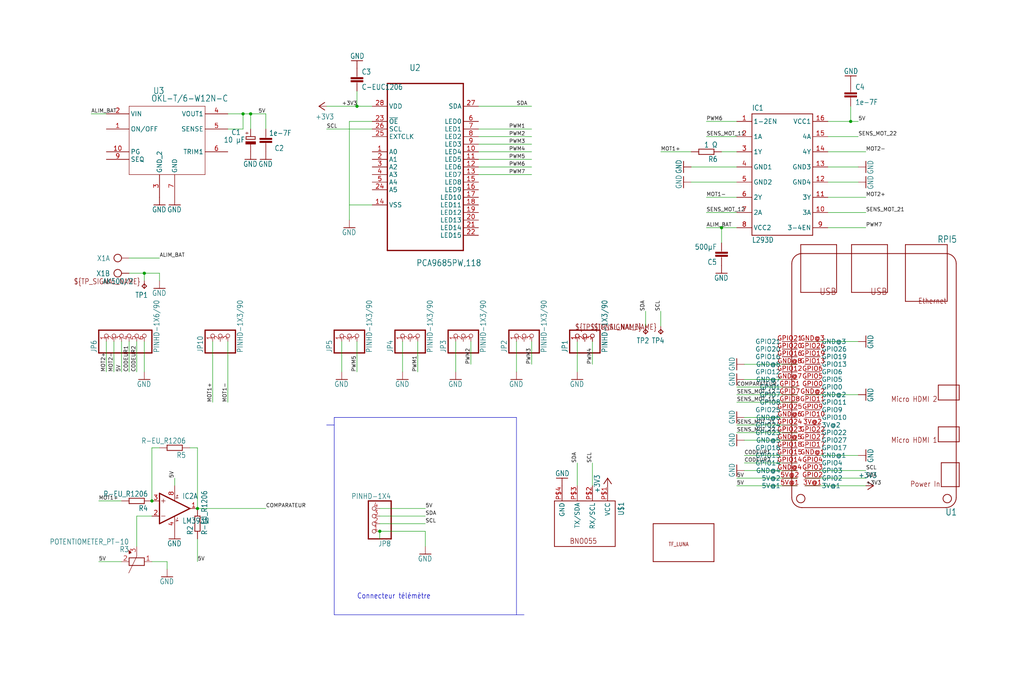
<source format=kicad_sch>
(kicad_sch (version 20250114) (generator "eeschema") (generator_version "9.0")
  (paper "User" 342.443 226.543)
  (lib_symbols
    (symbol "PCB-CobraPID-eagle-import:+3V3" (power)
      (symbol "+3V3_1_0"
        (polyline (pts (xy 0 0) (xy -1.27 -1.905)) (stroke (width 0.254)))
        (polyline (pts (xy 1.27 -1.905) (xy 0 0)) (stroke (width 0.254)))
        (pin power_in line (at 0 -2.54 90) (length 2.54) (name "+3V3") (number "1"))
      )
    )
    (symbol "PCB-CobraPID-eagle-import:AK500/2"
      (property "Reference" "X" (at -1.27 0.889 0))
      (symbol "AK500/2_1_0"
        (circle (center 1.27 0) (radius 1.27) (stroke (width 0.254)))
        (pin passive line (at 5.08 0 180) (length 2.54) (name "KL") (number "1"))
      )
      (symbol "AK500/2_2_0"
        (circle (center 1.27 0) (radius 1.27) (stroke (width 0.254)))
        (pin passive line (at 5.08 0 180) (length 2.54) (name "KL") (number "2"))
      )
    )
    (symbol "PCB-CobraPID-eagle-import:C-EUC1206"
      (property "Reference" "C" (at 1.524 0.381 0))
      (symbol "C-EUC1206_1_0"
        (rectangle (start -2.032 -1.016) (end 2.032 -0.508) (fill (type outline)))
        (rectangle (start -2.032 -2.032) (end 2.032 -1.524) (fill (type outline)))
        (polyline (pts (xy 0 0) (xy 0 -0.508)) (stroke (width 0.1524)))
        (polyline (pts (xy 0 -2.54) (xy 0 -2.032)) (stroke (width 0.1524)))
        (pin passive line (at 0 2.54 270) (length 2.54) (name "1") (number "1"))
        (pin passive line (at 0 -5.08 90) (length 2.54) (name "2") (number "2"))
      )
    )
    (symbol "PCB-CobraPID-eagle-import:CPOL-EUE5-10.5"
      (property "Reference" "C" (at 1.143 0.4826 0))
      (symbol "CPOL-EUE5-10.5_1_0"
        (rectangle (start -1.651 -2.54) (end 1.651 -1.651) (fill (type outline)))
        (polyline (pts (xy -1.524 0) (xy -1.524 -0.889)) (stroke (width 0.254)))
        (polyline (pts (xy -1.524 0) (xy 1.524 0)) (stroke (width 0.254)))
        (polyline (pts (xy -1.524 -0.889) (xy 1.524 -0.889)) (stroke (width 0.254)))
        (polyline (pts (xy 1.524 -0.889) (xy 1.524 0)) (stroke (width 0.254)))
        (text "+" (at -0.5842 0.4064 900) (effects (font (size 1.27 1.0795)) (justify left bottom)))
        (pin passive line (at 0 2.54 270) (length 2.54) (name "+") (number "+"))
        (pin passive line (at 0 -5.08 90) (length 2.54) (name "-") (number "-"))
      )
    )
    (symbol "PCB-CobraPID-eagle-import:GND" (power)
      (symbol "GND_1_0"
        (polyline (pts (xy -1.905 0) (xy 1.905 0)) (stroke (width 0.254)))
        (pin power_in line (at 0 2.54 270) (length 2.54) (name "GND") (number "1"))
      )
    )
    (symbol "PCB-CobraPID-eagle-import:L293D"
      (property "Reference" "IC" (at -10.16 21.336 0))
      (symbol "L293D_1_0"
        (polyline (pts (xy -10.16 20.32) (xy -10.16 -20.32)) (stroke (width 0.254)))
        (polyline (pts (xy -10.16 -20.32) (xy 10.16 -20.32)) (stroke (width 0.254)))
        (polyline (pts (xy 10.16 20.32) (xy -10.16 20.32)) (stroke (width 0.254)))
        (polyline (pts (xy 10.16 -20.32) (xy 10.16 20.32)) (stroke (width 0.254)))
        (pin input line (at -15.24 17.78 0) (length 5.08) (name "1-2EN") (number "1"))
        (pin input line (at -15.24 12.7 0) (length 5.08) (name "1A") (number "2"))
        (pin output line (at -15.24 7.62 0) (length 5.08) (name "1Y") (number "3"))
        (pin power_in line (at -15.24 2.54 0) (length 5.08) (name "GND1") (number "4"))
        (pin power_in line (at -15.24 -2.54 0) (length 5.08) (name "GND2") (number "5"))
        (pin output line (at -15.24 -7.62 0) (length 5.08) (name "2Y") (number "6"))
        (pin input line (at -15.24 -12.7 0) (length 5.08) (name "2A") (number "7"))
        (pin power_in line (at -15.24 -17.78 0) (length 5.08) (name "VCC2") (number "8"))
        (pin power_in line (at 15.24 17.78 180) (length 5.08) (name "VCC1") (number "16"))
        (pin input line (at 15.24 12.7 180) (length 5.08) (name "4A") (number "15"))
        (pin output line (at 15.24 7.62 180) (length 5.08) (name "4Y") (number "14"))
        (pin power_in line (at 15.24 2.54 180) (length 5.08) (name "GND3") (number "13"))
        (pin power_in line (at 15.24 -2.54 180) (length 5.08) (name "GND4") (number "12"))
        (pin output line (at 15.24 -7.62 180) (length 5.08) (name "3Y") (number "11"))
        (pin input line (at 15.24 -12.7 180) (length 5.08) (name "3A") (number "10"))
        (pin input line (at 15.24 -17.78 180) (length 5.08) (name "3-4EN") (number "9"))
      )
    )
    (symbol "PCB-CobraPID-eagle-import:LM393N"
      (symbol "LM393N_1_0"
        (polyline (pts (xy -5.08 5.08) (xy -5.08 -5.08)) (stroke (width 0.4064)))
        (polyline (pts (xy -5.08 -5.08) (xy 5.08 0)) (stroke (width 0.4064)))
        (polyline (pts (xy -4.445 2.54) (xy -3.175 2.54)) (stroke (width 0.1524)))
        (polyline (pts (xy -4.445 -2.54) (xy -3.175 -2.54)) (stroke (width 0.1524)))
        (polyline (pts (xy -3.81 3.175) (xy -3.81 1.905)) (stroke (width 0.1524)))
        (polyline (pts (xy 5.08 0) (xy -5.08 5.08)) (stroke (width 0.4064)))
        (pin input line (at -7.62 2.54 0) (length 2.54) (name "+IN") (number "3"))
        (pin input line (at -7.62 -2.54 0) (length 2.54) (name "-IN") (number "2"))
        (pin output line (at 7.62 0 180) (length 2.54) (name "OUT") (number "1"))
      )
      (symbol "LM393N_2_0"
        (polyline (pts (xy -5.08 5.08) (xy -5.08 -5.08)) (stroke (width 0.4064)))
        (polyline (pts (xy -5.08 -5.08) (xy 5.08 0)) (stroke (width 0.4064)))
        (polyline (pts (xy -4.445 2.54) (xy -3.175 2.54)) (stroke (width 0.1524)))
        (polyline (pts (xy -4.445 -2.54) (xy -3.175 -2.54)) (stroke (width 0.1524)))
        (polyline (pts (xy -3.81 3.175) (xy -3.81 1.905)) (stroke (width 0.1524)))
        (polyline (pts (xy 5.08 0) (xy -5.08 5.08)) (stroke (width 0.4064)))
        (pin input line (at -7.62 2.54 0) (length 2.54) (name "+IN") (number "5"))
        (pin input line (at -7.62 -2.54 0) (length 2.54) (name "-IN") (number "6"))
        (pin output line (at 7.62 0 180) (length 2.54) (name "OUT") (number "7"))
      )
      (symbol "LM393N_3_0"
        (text "V+" (at 1.27 3.175 900) (effects (font (size 0.8128 0.6908)) (justify left bottom)))
        (text "V-" (at 1.27 -4.445 900) (effects (font (size 0.8128 0.6908)) (justify left bottom)))
        (pin power_in line (at 0 7.62 270) (length 5.08) (name "V+") (number "8"))
        (pin power_in line (at 0 -7.62 90) (length 5.08) (name "V-") (number "4"))
      )
    )
    (symbol "PCB-CobraPID-eagle-import:MODULE_BNO055"
      (symbol "MODULE_BNO055_1_0"
        (polyline (pts (xy -5.08 10.16) (xy 10.16 10.16)) (stroke (width 0.254)))
        (polyline (pts (xy -5.08 -10.16) (xy -5.08 10.16)) (stroke (width 0.254)))
        (polyline (pts (xy 10.16 10.16) (xy 10.16 -10.16)) (stroke (width 0.254)))
        (polyline (pts (xy 10.16 -10.16) (xy -5.08 -10.16)) (stroke (width 0.254)))
        (text "BNO055" (at 9.398 -5.08 900) (effects (font (size 1.778 1.5113)) (justify left bottom)))
        (pin bidirectional line (at -10.16 7.62 0) (length 5.08) (name "VCC") (number "P$1"))
        (pin bidirectional line (at -10.16 2.54 0) (length 5.08) (name "RX/SCL") (number "P$2"))
        (pin bidirectional line (at -10.16 -2.54 0) (length 5.08) (name "TX/SDA") (number "P$3"))
        (pin bidirectional line (at -10.16 -7.62 0) (length 5.08) (name "GND") (number "P$4"))
      )
    )
    (symbol "PCB-CobraPID-eagle-import:OKL-T/6-W12N-C"
      (symbol "OKL-T/6-W12N-C_1_0"
        (polyline (pts (xy 7.62 5.08) (xy 7.62 -17.78)) (stroke (width 0.1524)))
        (polyline (pts (xy 7.62 -17.78) (xy 33.02 -17.78)) (stroke (width 0.1524)))
        (polyline (pts (xy 33.02 5.08) (xy 7.62 5.08)) (stroke (width 0.1524)))
        (polyline (pts (xy 33.02 -17.78) (xy 33.02 5.08)) (stroke (width 0.1524)))
        (pin input line (at 0 2.54 0) (length 7.62) (name "VIN") (number "2"))
        (pin passive line (at 0 -2.54 0) (length 7.62) (name "ON/OFF") (number "1"))
        (pin passive line (at 0 -10.16 0) (length 7.62) (name "PG") (number "10"))
        (pin passive line (at 0 -12.7 0) (length 7.62) (name "SEQ") (number "9"))
        (pin passive line (at 17.78 -25.4 90) (length 7.62) (name "GND_2") (number "3"))
        (pin passive line (at 22.86 -25.4 90) (length 7.62) (name "GND") (number "7"))
        (pin output line (at 40.64 2.54 180) (length 7.62) (name "VOUT1") (number "4"))
        (pin passive line (at 40.64 -2.54 180) (length 7.62) (name "SENSE") (number "5"))
        (pin passive line (at 40.64 -10.16 180) (length 7.62) (name "TRIM1") (number "6"))
      )
    )
    (symbol "PCB-CobraPID-eagle-import:PCA9685PW,118"
      (property "Reference" "U" (at -5.3748 29.5233 0))
      (symbol "PCA9685PW,118_1_0"
        (polyline (pts (xy -12.7 25.4) (xy -12.7 -30.48)) (stroke (width 0.4064)))
        (polyline (pts (xy -12.7 -30.48) (xy 12.7 -30.48)) (stroke (width 0.4064)))
        (polyline (pts (xy 12.7 25.4) (xy -12.7 25.4)) (stroke (width 0.4064)))
        (polyline (pts (xy 12.7 -30.48) (xy 12.7 25.4)) (stroke (width 0.4064)))
        (pin power_in line (at -17.78 17.78 0) (length 5.08) (name "VDD") (number "28"))
        (pin input line (at -17.78 12.7 0) (length 5.08) (name "~{OE}") (number "23"))
        (pin input line (at -17.78 10.16 0) (length 5.08) (name "SCL") (number "26"))
        (pin input line (at -17.78 7.62 0) (length 5.08) (name "EXTCLK") (number "25"))
        (pin input line (at -17.78 2.54 0) (length 5.08) (name "A0") (number "1"))
        (pin input line (at -17.78 0 0) (length 5.08) (name "A1") (number "2"))
        (pin input line (at -17.78 -2.54 0) (length 5.08) (name "A2") (number "3"))
        (pin input line (at -17.78 -5.08 0) (length 5.08) (name "A3") (number "4"))
        (pin input line (at -17.78 -7.62 0) (length 5.08) (name "A4") (number "5"))
        (pin input line (at -17.78 -10.16 0) (length 5.08) (name "A5") (number "24"))
        (pin passive line (at -17.78 -15.24 0) (length 5.08) (name "VSS") (number "14"))
        (pin bidirectional line (at 17.78 17.78 180) (length 5.08) (name "SDA") (number "27"))
        (pin output line (at 17.78 12.7 180) (length 5.08) (name "LED0") (number "6"))
        (pin output line (at 17.78 10.16 180) (length 5.08) (name "LED1") (number "7"))
        (pin output line (at 17.78 7.62 180) (length 5.08) (name "LED2") (number "8"))
        (pin output line (at 17.78 5.08 180) (length 5.08) (name "LED3") (number "9"))
        (pin output line (at 17.78 2.54 180) (length 5.08) (name "LED4") (number "10"))
        (pin output line (at 17.78 0 180) (length 5.08) (name "LED5") (number "11"))
        (pin output line (at 17.78 -2.54 180) (length 5.08) (name "LED6") (number "12"))
        (pin output line (at 17.78 -5.08 180) (length 5.08) (name "LED7") (number "13"))
        (pin output line (at 17.78 -7.62 180) (length 5.08) (name "LED8") (number "15"))
        (pin output line (at 17.78 -10.16 180) (length 5.08) (name "LED9") (number "16"))
        (pin output line (at 17.78 -12.7 180) (length 5.08) (name "LED10") (number "17"))
        (pin output line (at 17.78 -15.24 180) (length 5.08) (name "LED11") (number "18"))
        (pin output line (at 17.78 -17.78 180) (length 5.08) (name "LED12") (number "19"))
        (pin output line (at 17.78 -20.32 180) (length 5.08) (name "LED13") (number "20"))
        (pin output line (at 17.78 -22.86 180) (length 5.08) (name "LED14") (number "21"))
        (pin output line (at 17.78 -25.4 180) (length 5.08) (name "LED15") (number "22"))
      )
    )
    (symbol "PCB-CobraPID-eagle-import:PINHD-1X3/90"
      (property "Reference" "JP" (at -6.35 5.715 0))
      (symbol "PINHD-1X3/90_1_0"
        (polyline (pts (xy -6.35 5.08) (xy -6.35 -5.08)) (stroke (width 0.4064)))
        (polyline (pts (xy -6.35 -5.08) (xy 1.27 -5.08)) (stroke (width 0.4064)))
        (polyline (pts (xy 1.27 5.08) (xy -6.35 5.08)) (stroke (width 0.4064)))
        (polyline (pts (xy 1.27 -5.08) (xy 1.27 5.08)) (stroke (width 0.4064)))
        (pin passive inverted (at -2.54 2.54 0) (length 2.54) (name "1") (number "1"))
        (pin passive inverted (at -2.54 0 0) (length 2.54) (name "2") (number "2"))
        (pin passive inverted (at -2.54 -2.54 0) (length 2.54) (name "3") (number "3"))
      )
    )
    (symbol "PCB-CobraPID-eagle-import:PINHD-1X4"
      (property "Reference" "JP" (at -6.35 8.255 0))
      (symbol "PINHD-1X4_1_0"
        (polyline (pts (xy -6.35 7.62) (xy -6.35 -5.08)) (stroke (width 0.4064)))
        (polyline (pts (xy -6.35 -5.08) (xy 1.27 -5.08)) (stroke (width 0.4064)))
        (polyline (pts (xy 1.27 7.62) (xy -6.35 7.62)) (stroke (width 0.4064)))
        (polyline (pts (xy 1.27 -5.08) (xy 1.27 7.62)) (stroke (width 0.4064)))
        (pin passive inverted (at -2.54 5.08 0) (length 2.54) (name "1") (number "1"))
        (pin passive inverted (at -2.54 2.54 0) (length 2.54) (name "2") (number "2"))
        (pin passive inverted (at -2.54 0 0) (length 2.54) (name "3") (number "3"))
        (pin passive inverted (at -2.54 -2.54 0) (length 2.54) (name "4") (number "4"))
      )
    )
    (symbol "PCB-CobraPID-eagle-import:PINHD-1X6/90"
      (property "Reference" "JP" (at -6.35 10.795 0))
      (symbol "PINHD-1X6/90_1_0"
        (polyline (pts (xy -6.35 10.16) (xy -6.35 -7.62)) (stroke (width 0.4064)))
        (polyline (pts (xy -6.35 -7.62) (xy 1.27 -7.62)) (stroke (width 0.4064)))
        (polyline (pts (xy 1.27 10.16) (xy -6.35 10.16)) (stroke (width 0.4064)))
        (polyline (pts (xy 1.27 -7.62) (xy 1.27 10.16)) (stroke (width 0.4064)))
        (pin passive inverted (at -2.54 7.62 0) (length 2.54) (name "1") (number "1"))
        (pin passive inverted (at -2.54 5.08 0) (length 2.54) (name "2") (number "2"))
        (pin passive inverted (at -2.54 2.54 0) (length 2.54) (name "3") (number "3"))
        (pin passive inverted (at -2.54 0 0) (length 2.54) (name "4") (number "4"))
        (pin passive inverted (at -2.54 -2.54 0) (length 2.54) (name "5") (number "5"))
        (pin passive inverted (at -2.54 -5.08 0) (length 2.54) (name "6") (number "6"))
      )
    )
    (symbol "PCB-CobraPID-eagle-import:POTENTIOMETER_PT-10"
      (property "Reference" "R" (at 2.54 -5.08 0))
      (symbol "POTENTIOMETER_PT-10_1_0"
        (polyline (pts (xy -2.54 1.27) (xy -2.54 -1.27)) (stroke (width 0.254)))
        (polyline (pts (xy -2.54 -1.27) (xy 2.54 -1.27)) (stroke (width 0.254)))
        (polyline (pts (xy 0 -1.778) (xy 0 -2.54)) (stroke (width 0.1524)))
        (polyline (pts (xy 0 -1.778) (xy 2.667 3.81)) (stroke (width 0.1524)))
        (polyline (pts (xy 2.54 1.27) (xy -2.54 1.27)) (stroke (width 0.254)))
        (polyline (pts (xy 2.54 -1.27) (xy 2.54 1.27)) (stroke (width 0.254)))
        (polyline (pts (xy 2.54 -2.54) (xy 2.667 -3.81) (xy 1.778 -2.921)) (stroke (width 0.1524)) (fill (type outline)))
        (pin passive line (at -5.08 0 0) (length 2.54) (name "1") (number "1"))
        (pin passive line (at 0 -5.08 90) (length 2.54) (name "3") (number "3"))
        (pin passive line (at 5.08 0 180) (length 2.54) (name "2") (number "2"))
      )
    )
    (symbol "PCB-CobraPID-eagle-import:R-EU_R1206"
      (property "Reference" "R" (at -3.81 1.4986 0))
      (symbol "R-EU_R1206_1_0"
        (polyline (pts (xy -2.54 -0.889) (xy -2.54 0.889)) (stroke (width 0.254)))
        (polyline (pts (xy -2.54 -0.889) (xy 2.54 -0.889)) (stroke (width 0.254)))
        (polyline (pts (xy 2.54 0.889) (xy -2.54 0.889)) (stroke (width 0.254)))
        (polyline (pts (xy 2.54 -0.889) (xy 2.54 0.889)) (stroke (width 0.254)))
        (pin passive line (at -5.08 0 0) (length 2.54) (name "1") (number "1"))
        (pin passive line (at 5.08 0 180) (length 2.54) (name "2") (number "2"))
      )
    )
    (symbol "PCB-CobraPID-eagle-import:RPI5"
      (property "Reference" "U" (at -48.34 20.32 0))
      (symbol "RPI5_1_0"
        (polyline (pts (xy -49 13) (xy -43 13)) (stroke (width 0.254)))
        (polyline (pts (xy -49 5) (xy -49 13)) (stroke (width 0.254)))
        (polyline (pts (xy -49 -2) (xy -42 -2)) (stroke (width 0.254)))
        (polyline (pts (xy -49 -7) (xy -49 -2)) (stroke (width 0.254)))
        (polyline (pts (xy -49 -16) (xy -42 -16)) (stroke (width 0.254)))
        (polyline (pts (xy -49 -21) (xy -49 -16)) (stroke (width 0.254)))
        (polyline (pts (xy -48 16.5857) (xy -48 -61.5857)) (stroke (width 0.254)))
        (circle (center -45 17) (radius 1.4142) (stroke (width 0.254)))
        (polyline (pts (xy -45 -49) (xy -31 -49)) (stroke (width 0.254)))
        (polyline (pts (xy -45 -68) (xy -45 -49)) (stroke (width 0.254)))
        (arc (start -48 16.5857) (mid -47 19) (end -44.5857 20) (stroke (width 0.254)))
        (arc (start -44.5857 -65) (mid -47 -64) (end -48 -61.5857) (stroke (width 0.254)))
        (polyline (pts (xy -44.5857 -65) (xy 3.5857 -65)) (stroke (width 0.254)))
        (polyline (pts (xy -43 13) (xy -43 5)) (stroke (width 0.254)))
        (polyline (pts (xy -43 5) (xy -49 5)) (stroke (width 0.254)))
        (polyline (pts (xy -42 -2) (xy -42 -7)) (stroke (width 0.254)))
        (polyline (pts (xy -42 -7) (xy -49 -7)) (stroke (width 0.254)))
        (polyline (pts (xy -42 -16) (xy -42 -21)) (stroke (width 0.254)))
        (polyline (pts (xy -42 -21) (xy -49 -21)) (stroke (width 0.254)))
        (polyline (pts (xy -31 -49) (xy -31 -68)) (stroke (width 0.254)))
        (polyline (pts (xy -31 -68) (xy -45 -68)) (stroke (width 0.254)))
        (polyline (pts (xy -25 -52) (xy -13 -52)) (stroke (width 0.254)))
        (polyline (pts (xy -25 -68) (xy -25 -52)) (stroke (width 0.254)))
        (polyline (pts (xy -13 -52) (xy -13 -68)) (stroke (width 0.254)))
        (polyline (pts (xy -13 -68) (xy -25 -68)) (stroke (width 0.254)))
        (polyline (pts (xy -8 -52) (xy 4 -52)) (stroke (width 0.254)))
        (polyline (pts (xy -8 -68) (xy -8 -52)) (stroke (width 0.254)))
        (polyline (pts (xy 3.5857 20) (xy -44.5857 20)) (stroke (width 0.254)))
        (arc (start 7 -61.5857) (mid 6 -64) (end 3.5857 -65) (stroke (width 0.254)))
        (arc (start 3.5857 20) (mid 6 19) (end 7 16.5857) (stroke (width 0.254)))
        (circle (center 4 17) (radius 1.4142) (stroke (width 0.254)))
        (polyline (pts (xy 4 -52) (xy 4 -68)) (stroke (width 0.254)))
        (polyline (pts (xy 4 -68) (xy -8 -68)) (stroke (width 0.254)))
        (polyline (pts (xy 7 -61.5857) (xy 7 16.5857)) (stroke (width 0.254)))
        (text "Ethernet" (at -44.8 -48.1 0) (effects (font (size 1.778 1.5113)) (justify left bottom)))
        (text "Power In" (at -42.72 13.16 0) (effects (font (size 1.778 1.5113)) (justify left bottom)))
        (text "Micro HDMI 1" (at -41.72 -1.54 0) (effects (font (size 1.778 1.5113)) (justify left bottom)))
        (text "Micro HDMI 2" (at -41.72 -15.24 0) (effects (font (size 1.778 1.5113)) (justify left bottom)))
        (text "USB" (at -25 -51 0) (effects (font (size 2.1844 1.8567)) (justify left bottom)))
        (text "USB" (at -8 -51 0) (effects (font (size 2.1844 1.8567)) (justify left bottom)))
        (pin bidirectional line (at 2.602 12.7 180) (length 5.08) (name "3V@1") (number "3V@1"))
        (pin bidirectional line (at 2.602 10.16 180) (length 5.08) (name "GPIO2") (number "GPIO2"))
        (pin bidirectional line (at 2.602 7.62 180) (length 5.08) (name "GPIO3") (number "GPIO3"))
        (pin bidirectional line (at 2.602 5.08 180) (length 5.08) (name "GPIO4") (number "GPIO4"))
        (pin bidirectional line (at 2.602 2.54 180) (length 5.08) (name "GND@1") (number "GND@1"))
        (pin bidirectional line (at 2.602 0 180) (length 5.08) (name "GPIO17") (number "GPIO17"))
        (pin bidirectional line (at 2.602 -2.54 180) (length 5.08) (name "GPIO27") (number "GPIO27"))
        (pin bidirectional line (at 2.602 -5.08 180) (length 5.08) (name "GPIO22") (number "GPIO22"))
        (pin bidirectional line (at 2.602 -7.62 180) (length 5.08) (name "3V@2") (number "3V@2"))
        (pin bidirectional line (at 2.602 -10.16 180) (length 5.08) (name "GPIO10") (number "GPIO10"))
        (pin bidirectional line (at 2.602 -12.7 180) (length 5.08) (name "GPIO9") (number "GPIO9"))
        (pin bidirectional line (at 2.602 -15.24 180) (length 5.08) (name "GPIO11") (number "GPIO11"))
        (pin bidirectional line (at 2.602 -17.78 180) (length 5.08) (name "GND@2") (number "GND@2"))
        (pin bidirectional line (at 2.602 -20.32 180) (length 5.08) (name "GPIO0") (number "GPIO0"))
        (pin bidirectional line (at 2.602 -22.86 180) (length 5.08) (name "GPIO5") (number "GPIO5"))
        (pin bidirectional line (at 2.602 -25.4 180) (length 5.08) (name "GPIO6") (number "GPIO6"))
        (pin bidirectional line (at 2.602 -27.94 180) (length 5.08) (name "GPIO13") (number "GPIO13"))
        (pin bidirectional line (at 2.602 -30.48 180) (length 5.08) (name "GPIO19") (number "GPIO19"))
        (pin bidirectional line (at 2.602 -33.02 180) (length 5.08) (name "GPIO26") (number "GPIO26"))
        (pin bidirectional line (at 2.602 -35.56 180) (length 5.08) (name "GND@3") (number "GND@3"))
        (pin bidirectional line (at 5.142 12.7 0) (length 5.08) (name "5V@1") (number "5V@1"))
        (pin bidirectional line (at 5.142 10.16 0) (length 5.08) (name "5V@2") (number "5V@2"))
        (pin bidirectional line (at 5.142 7.62 0) (length 5.08) (name "GND@4") (number "GND@4"))
        (pin bidirectional line (at 5.142 5.08 0) (length 5.08) (name "GPIO14") (number "GPIO14"))
        (pin bidirectional line (at 5.142 2.54 0) (length 5.08) (name "GPIO15") (number "GPIO15"))
        (pin bidirectional line (at 5.142 0 0) (length 5.08) (name "GPIO18") (number "GPIO18"))
        (pin bidirectional line (at 5.142 -2.54 0) (length 5.08) (name "GND@5") (number "GND@5"))
        (pin bidirectional line (at 5.142 -5.08 0) (length 5.08) (name "GPIO23") (number "GPIO23"))
        (pin bidirectional line (at 5.142 -7.62 0) (length 5.08) (name "GPIO24") (number "GPIO24"))
        (pin bidirectional line (at 5.142 -10.16 0) (length 5.08) (name "GND@6") (number "GND@6"))
        (pin bidirectional line (at 5.142 -12.7 0) (length 5.08) (name "GPIO25") (number "GPIO25"))
        (pin bidirectional line (at 5.142 -15.24 0) (length 5.08) (name "GPIO8") (number "GPIO8"))
        (pin bidirectional line (at 5.142 -17.78 0) (length 5.08) (name "GPIO7") (number "GPIO7"))
        (pin bidirectional line (at 5.142 -20.32 0) (length 5.08) (name "GPIO1") (number "GPIO1"))
        (pin bidirectional line (at 5.142 -22.86 0) (length 5.08) (name "GND@7") (number "GND@7"))
        (pin bidirectional line (at 5.142 -25.4 0) (length 5.08) (name "GPIO12") (number "GPIO12"))
        (pin bidirectional line (at 5.142 -27.94 0) (length 5.08) (name "GND@8") (number "GND@8"))
        (pin bidirectional line (at 5.142 -30.48 0) (length 5.08) (name "GPIO16") (number "GPIO16"))
        (pin bidirectional line (at 5.142 -33.02 0) (length 5.08) (name "GPIO20") (number "GPIO20"))
        (pin bidirectional line (at 5.142 -35.56 0) (length 5.08) (name "GPIO21") (number "GPIO21"))
      )
    )
    (symbol "PCB-CobraPID-eagle-import:TF_LUNA"
      (symbol "TF_LUNA_1_0"
        (polyline (pts (xy -10.16 7.62) (xy 10.16 7.62)) (stroke (width 0.254)))
        (polyline (pts (xy -10.16 -5.08) (xy -10.16 7.62)) (stroke (width 0.254)))
        (polyline (pts (xy 10.16 7.62) (xy 10.16 -5.08)) (stroke (width 0.254)))
        (polyline (pts (xy 10.16 -5.08) (xy -10.16 -5.08)) (stroke (width 0.254)))
        (text "TF_LUNA" (at -5.08 0 0) (effects (font (size 1.27 1.0795)) (justify left bottom)))
      )
    )
    (symbol "PCB-CobraPID-eagle-import:TPPAD1-17"
      (property "Reference" "TP" (at -1.27 1.27 0))
      (symbol "TPPAD1-17_1_0"
        (polyline (pts (xy -0.762 -0.762) (xy 0 0)) (stroke (width 0.254)))
        (polyline (pts (xy 0 0) (xy 0.762 -0.762)) (stroke (width 0.254)))
        (polyline (pts (xy 0 -1.524) (xy -0.762 -0.762)) (stroke (width 0.254)))
        (polyline (pts (xy 0.762 -0.762) (xy 0 -1.524)) (stroke (width 0.254)))
        (text "${TP_SIGNAL_NAME}" (at 1.27 -1.27 0) (effects (font (size 1.778 1.5113)) (justify left bottom)))
        (pin input line (at 0 -2.54 90) (length 2.54) (name "TP") (number "TP"))
      )
    )
  )
  (text "Connecteur télémètre" (at 119.38 200.66 0) (effects (font (size 1.778 1.5113)) (justify left bottom)))
  (junction (at 127 177.8))
  (junction (at 50.8 167.64))
  (junction (at 83.82 38.1))
  (junction (at 284.48 40.64))
  (junction (at 119.38 35.56))
  (junction (at 81.28 38.1))
  (junction (at 66.04 170.18))
  (junction (at 48.26 91.44))
  (junction (at 241.3 76.2))
  (wire (pts (xy 269.178 160.02) (xy 289.56 160.02)) (stroke (width 0.1524)))
  (wire (pts (xy 266.638 160.02) (xy 246.38 160.02)) (stroke (width 0.1524)))
  (polyline (pts (xy 111.76 142.24) (xy 111.76 205.74)) (stroke (width 0.1524) (type solid)))
  (wire (pts (xy 276.86 50.8) (xy 289.56 50.8)) (stroke (width 0.1524)))
  (wire (pts (xy 193.04 162.56) (xy 193.04 154.94)) (stroke (width 0.1524)))
  (wire (pts (xy 172.72 124.46) (xy 172.72 114.3)) (stroke (width 0.1524)))
  (wire (pts (xy 287.02 152.4) (xy 269.178 152.4)) (stroke (width 0.1524)))
  (wire (pts (xy 50.8 167.64) (xy 50.8 149.86)) (stroke (width 0.1524)))
  (wire (pts (xy 88.9 43.18) (xy 88.9 38.1)) (stroke (width 0.1524)))
  (wire (pts (xy 246.38 76.2) (xy 241.3 76.2)) (stroke (width 0.1524)))
  (wire (pts (xy 45.72 182.88) (xy 45.72 172.72)) (stroke (width 0.1524)))
  (wire (pts (xy 116.84 40.64) (xy 116.84 73.66)) (stroke (width 0.1524)))
  (wire (pts (xy 43.18 91.44) (xy 48.26 91.44)) (stroke (width 0.1524)))
  (polyline (pts (xy 109.22 142.24) (xy 111.76 142.24)) (stroke (width 0.1524) (type solid)))
  (wire (pts (xy 139.7 114.3) (xy 139.7 124.46)) (stroke (width 0.1524)))
  (wire (pts (xy 83.82 38.1) (xy 88.9 38.1)) (stroke (width 0.1524)))
  (wire (pts (xy 177.8 114.3) (xy 177.8 121.92)) (stroke (width 0.1524)))
  (wire (pts (xy 119.38 114.3) (xy 119.38 124.46)) (stroke (width 0.1524)))
  (wire (pts (xy 40.64 114.3) (xy 40.64 124.46)) (stroke (width 0.1524)))
  (wire (pts (xy 66.04 170.18) (xy 88.9 170.18)) (stroke (width 0.1524)))
  (wire (pts (xy 269.178 162.56) (xy 289.56 162.56)) (stroke (width 0.1524)))
  (wire (pts (xy 241.3 81.28) (xy 241.3 76.2)) (stroke (width 0.1524)))
  (wire (pts (xy 43.18 86.36) (xy 53.34 86.36)) (stroke (width 0.1524)))
  (wire (pts (xy 198.12 162.56) (xy 198.12 154.94)) (stroke (width 0.1524)))
  (wire (pts (xy 266.638 147.32) (xy 248.92 147.32)) (stroke (width 0.1524)))
  (wire (pts (xy 248.92 121.92) (xy 266.638 121.92)) (stroke (width 0.1524)))
  (wire (pts (xy 266.638 134.62) (xy 246.38 134.62)) (stroke (width 0.1524)))
  (wire (pts (xy 152.4 124.46) (xy 152.4 114.3)) (stroke (width 0.1524)))
  (wire (pts (xy 246.38 45.72) (xy 236.22 45.72)) (stroke (width 0.1524)))
  (wire (pts (xy 246.38 40.64) (xy 236.22 40.64)) (stroke (width 0.1524)))
  (wire (pts (xy 38.1 114.3) (xy 38.1 124.46)) (stroke (width 0.1524)))
  (wire (pts (xy 276.86 60.96) (xy 287.02 60.96)) (stroke (width 0.1524)))
  (wire (pts (xy 76.2 43.18) (xy 81.28 43.18)) (stroke (width 0.1524)))
  (wire (pts (xy 35.56 114.3) (xy 35.56 124.46)) (stroke (width 0.1524)))
  (wire (pts (xy 63.5 149.86) (xy 66.04 149.86)) (stroke (width 0.1524)))
  (wire (pts (xy 231.14 55.88) (xy 246.38 55.88)) (stroke (width 0.1524)))
  (wire (pts (xy 76.2 114.3) (xy 76.2 134.62)) (stroke (width 0.1524)))
  (wire (pts (xy 55.88 187.96) (xy 50.8 187.96)) (stroke (width 0.1524)))
  (wire (pts (xy 66.04 180.34) (xy 66.04 187.96)) (stroke (width 0.1524)))
  (wire (pts (xy 287.02 114.3) (xy 269.178 114.3)) (stroke (width 0.1524)))
  (wire (pts (xy 266.638 129.54) (xy 246.38 129.54)) (stroke (width 0.1524)))
  (wire (pts (xy 124.46 35.56) (xy 119.38 35.56)) (stroke (width 0.1524)))
  (wire (pts (xy 48.26 93.98) (xy 48.26 91.44)) (stroke (width 0.1524)))
  (wire (pts (xy 266.638 144.78) (xy 246.38 144.78)) (stroke (width 0.1524)))
  (wire (pts (xy 215.9 109.22) (xy 215.9 104.14)) (stroke (width 0.1524)))
  (wire (pts (xy 231.14 50.8) (xy 220.98 50.8)) (stroke (width 0.1524)))
  (wire (pts (xy 157.48 114.3) (xy 157.48 121.92)) (stroke (width 0.1524)))
  (wire (pts (xy 198.12 114.3) (xy 198.12 121.92)) (stroke (width 0.1524)))
  (wire (pts (xy 160.02 58.42) (xy 177.8 58.42)) (stroke (width 0.1524)))
  (wire (pts (xy 284.48 35.56) (xy 284.48 40.64)) (stroke (width 0.1524)))
  (wire (pts (xy 266.638 162.56) (xy 246.38 162.56)) (stroke (width 0.1524)))
  (wire (pts (xy 55.88 190.5) (xy 55.88 187.96)) (stroke (width 0.1524)))
  (wire (pts (xy 43.18 114.3) (xy 43.18 124.46)) (stroke (width 0.1524)))
  (wire (pts (xy 266.638 154.94) (xy 248.92 154.94)) (stroke (width 0.1524)))
  (wire (pts (xy 276.86 71.12) (xy 289.56 71.12)) (stroke (width 0.1524)))
  (wire (pts (xy 160.02 48.26) (xy 177.8 48.26)) (stroke (width 0.1524)))
  (wire (pts (xy 284.48 40.64) (xy 287.02 40.64)) (stroke (width 0.1524)))
  (wire (pts (xy 127 177.8) (xy 142.24 177.8)) (stroke (width 0.1524)))
  (wire (pts (xy 269.178 157.48) (xy 289.56 157.48)) (stroke (width 0.1524)))
  (wire (pts (xy 127 172.72) (xy 142.24 172.72)) (stroke (width 0.1524)))
  (wire (pts (xy 45.72 172.72) (xy 50.8 172.72)) (stroke (width 0.1524)))
  (wire (pts (xy 40.64 167.64) (xy 33.02 167.64)) (stroke (width 0.1524)))
  (wire (pts (xy 160.02 53.34) (xy 177.8 53.34)) (stroke (width 0.1524)))
  (wire (pts (xy 160.02 43.18) (xy 177.8 43.18)) (stroke (width 0.1524)))
  (polyline (pts (xy 172.72 139.7) (xy 111.76 139.7)) (stroke (width 0.1524) (type solid)))
  (wire (pts (xy 50.8 149.86) (xy 53.34 149.86)) (stroke (width 0.1524)))
  (wire (pts (xy 83.82 43.18) (xy 83.82 38.1)) (stroke (width 0.1524)))
  (polyline (pts (xy 111.76 139.7) (xy 111.76 142.24)) (stroke (width 0.1524) (type solid)))
  (wire (pts (xy 53.34 91.44) (xy 53.34 93.98)) (stroke (width 0.1524)))
  (wire (pts (xy 276.86 66.04) (xy 289.56 66.04)) (stroke (width 0.1524)))
  (wire (pts (xy 220.98 109.22) (xy 220.98 104.14)) (stroke (width 0.1524)))
  (wire (pts (xy 231.14 60.96) (xy 246.38 60.96)) (stroke (width 0.1524)))
  (wire (pts (xy 48.26 114.3) (xy 48.26 124.46)) (stroke (width 0.1524)))
  (wire (pts (xy 124.46 68.58) (xy 116.84 68.58)) (stroke (width 0.1524)))
  (wire (pts (xy 40.64 187.96) (xy 33.02 187.96)) (stroke (width 0.1524)))
  (wire (pts (xy 193.04 124.46) (xy 193.04 114.3)) (stroke (width 0.1524)))
  (wire (pts (xy 266.638 132.08) (xy 246.38 132.08)) (stroke (width 0.1524)))
  (wire (pts (xy 276.86 45.72) (xy 287.02 45.72)) (stroke (width 0.1524)))
  (wire (pts (xy 241.3 50.8) (xy 246.38 50.8)) (stroke (width 0.1524)))
  (wire (pts (xy 276.86 55.88) (xy 287.02 55.88)) (stroke (width 0.1524)))
  (wire (pts (xy 119.38 30.48) (xy 119.38 35.56)) (stroke (width 0.1524)))
  (wire (pts (xy 266.638 142.24) (xy 246.38 142.24)) (stroke (width 0.1524)))
  (wire (pts (xy 124.46 43.18) (xy 109.22 43.18)) (stroke (width 0.1524)))
  (wire (pts (xy 81.28 43.18) (xy 81.28 38.1)) (stroke (width 0.1524)))
  (wire (pts (xy 160.02 50.8) (xy 177.8 50.8)) (stroke (width 0.1524)))
  (wire (pts (xy 142.24 177.8) (xy 142.24 182.88)) (stroke (width 0.1524)))
  (polyline (pts (xy 175.26 205.74) (xy 172.72 205.74)) (stroke (width 0.1524) (type solid)))
  (wire (pts (xy 276.86 76.2) (xy 289.56 76.2)) (stroke (width 0.1524)))
  (wire (pts (xy 160.02 45.72) (xy 177.8 45.72)) (stroke (width 0.1524)))
  (wire (pts (xy 35.56 38.1) (xy 30.48 38.1)) (stroke (width 0.1524)))
  (wire (pts (xy 45.72 114.3) (xy 45.72 124.46)) (stroke (width 0.1524)))
  (wire (pts (xy 266.638 127) (xy 248.92 127)) (stroke (width 0.1524)))
  (wire (pts (xy 266.638 152.4) (xy 248.92 152.4)) (stroke (width 0.1524)))
  (wire (pts (xy 127 175.26) (xy 142.24 175.26)) (stroke (width 0.1524)))
  (wire (pts (xy 127 180.34) (xy 127 177.8)) (stroke (width 0.1524)))
  (wire (pts (xy 248.92 157.48) (xy 266.638 157.48)) (stroke (width 0.1524)))
  (wire (pts (xy 276.86 40.64) (xy 284.48 40.64)) (stroke (width 0.1524)))
  (wire (pts (xy 76.2 38.1) (xy 81.28 38.1)) (stroke (width 0.1524)))
  (wire (pts (xy 134.62 124.46) (xy 134.62 114.3)) (stroke (width 0.1524)))
  (polyline (pts (xy 172.72 205.74) (xy 172.72 139.7)) (stroke (width 0.1524) (type solid)))
  (wire (pts (xy 160.02 55.88) (xy 177.8 55.88)) (stroke (width 0.1524)))
  (wire (pts (xy 246.38 71.12) (xy 236.22 71.12)) (stroke (width 0.1524)))
  (wire (pts (xy 127 170.18) (xy 142.24 170.18)) (stroke (width 0.1524)))
  (wire (pts (xy 48.26 91.44) (xy 53.34 91.44)) (stroke (width 0.1524)))
  (wire (pts (xy 58.42 162.56) (xy 58.42 160.02)) (stroke (width 0.1524)))
  (wire (pts (xy 81.28 38.1) (xy 83.82 38.1)) (stroke (width 0.1524)))
  (wire (pts (xy 71.12 114.3) (xy 71.12 134.62)) (stroke (width 0.1524)))
  (wire (pts (xy 287.02 132.08) (xy 269.178 132.08)) (stroke (width 0.1524)))
  (wire (pts (xy 246.38 66.04) (xy 236.22 66.04)) (stroke (width 0.1524)))
  (wire (pts (xy 66.04 149.86) (xy 66.04 170.18)) (stroke (width 0.1524)))
  (wire (pts (xy 241.3 76.2) (xy 236.22 76.2)) (stroke (width 0.1524)))
  (wire (pts (xy 114.3 124.46) (xy 114.3 114.3)) (stroke (width 0.1524)))
  (wire (pts (xy 160.02 35.56) (xy 177.8 35.56)) (stroke (width 0.1524)))
  (polyline (pts (xy 111.76 205.74) (xy 172.72 205.74)) (stroke (width 0.1524) (type solid)))
  (wire (pts (xy 248.92 139.7) (xy 266.638 139.7)) (stroke (width 0.1524)))
  (wire (pts (xy 124.46 40.64) (xy 116.84 40.64)) (stroke (width 0.1524)))
  (wire (pts (xy 119.38 35.56) (xy 109.22 35.56)) (stroke (width 0.1524)))
  (label "5V" (at 246.38 160.02 0) (effects (font (size 1.2446 1.2446))))
  (label "5V" (at 66.04 187.96 0) (effects (font (size 1.2446 1.2446))))
  (label "PWM2" (at 157.48 121.92 90) (effects (font (size 1.2446 1.2446))))
  (label "SDA" (at 289.56 160.02 0) (effects (font (size 1.2446 1.2446))))
  (label "PWM4" (at 198.12 121.92 90) (effects (font (size 1.2446 1.2446))))
  (label "SENS_MOT_12" (at 236.22 71.12 0) (effects (font (size 1.2446 1.2446))))
  (label "SDA" (at 142.24 172.72 0) (effects (font (size 1.2446 1.2446))))
  (label "5V" (at 246.38 162.56 0) (effects (font (size 1.2446 1.2446))))
  (label "PWM5" (at 170.18 53.34 0) (effects (font (size 1.2446 1.2446))))
  (label "SENS_MOT_21" (at 289.56 71.12 0) (effects (font (size 1.2446 1.2446))))
  (label "SENS_MOT_22" (at 287.02 45.72 0) (effects (font (size 1.2446 1.2446))))
  (label "5V" (at 142.24 170.18 0) (effects (font (size 1.2446 1.2446))))
  (label "SENS_MOT_11" (at 236.22 45.72 0) (effects (font (size 1.2446 1.2446))))
  (label "PWM6" (at 236.22 40.64 0) (effects (font (size 1.2446 1.2446))))
  (label "SCL" (at 220.98 104.14 90) (effects (font (size 1.2446 1.2446))))
  (label "MOT1+" (at 220.98 50.8 0) (effects (font (size 1.2446 1.2446))))
  (label "MOT2+" (at 35.56 124.46 90) (effects (font (size 1.2446 1.2446))))
  (label "MOT1-" (at 236.22 66.04 0) (effects (font (size 1.2446 1.2446))))
  (label "PWM5" (at 119.38 124.46 90) (effects (font (size 1.2446 1.2446))))
  (label "PWM2" (at 170.18 45.72 0) (effects (font (size 1.2446 1.2446))))
  (label "SENS_MOT_21" (at 246.38 142.24 0) (effects (font (size 1.2446 1.2446))))
  (label "SENS_MOT_22" (at 246.38 144.78 0) (effects (font (size 1.2446 1.2446))))
  (label "PWM1" (at 170.18 43.18 0) (effects (font (size 1.2446 1.2446))))
  (label "PWM3" (at 170.18 48.26 0) (effects (font (size 1.2446 1.2446))))
  (label "PWM7" (at 170.18 58.42 0) (effects (font (size 1.2446 1.2446))))
  (label "5V" (at 287.02 40.64 0) (effects (font (size 1.2446 1.2446))))
  (label "ALIM_BAT" (at 53.34 86.36 0) (effects (font (size 1.2446 1.2446))))
  (label "5V" (at 40.64 124.46 90) (effects (font (size 1.2446 1.2446))))
  (label "COMPARATEUR" (at 88.9 170.18 0) (effects (font (size 1.2446 1.2446))))
  (label "ALIM_BAT" (at 30.48 38.1 0) (effects (font (size 1.2446 1.2446))))
  (label "CODEUR1" (at 248.92 152.4 0) (effects (font (size 1.2446 1.2446))))
  (label "PWM6" (at 170.18 55.88 0) (effects (font (size 1.2446 1.2446))))
  (label "SENS_MOT_11" (at 246.38 134.62 0) (effects (font (size 1.2446 1.2446))))
  (label "CODEUR2" (at 248.92 154.94 0) (effects (font (size 1.2446 1.2446))))
  (label "5V" (at 33.02 187.96 0) (effects (font (size 1.2446 1.2446))))
  (label "+3V3" (at 289.56 162.56 0) (effects (font (size 1.2446 1.2446))))
  (label "PWM7" (at 289.56 76.2 0) (effects (font (size 1.2446 1.2446))))
  (label "ALIM_BAT" (at 236.22 76.2 0) (effects (font (size 1.2446 1.2446))))
  (label "COMPARATEUR" (at 246.38 129.54 0) (effects (font (size 1.2446 1.2446))))
  (label "SENS_MOT_12" (at 246.38 132.08 0) (effects (font (size 1.2446 1.2446))))
  (label "SDA" (at 172.72 35.56 0) (effects (font (size 1.2446 1.2446))))
  (label "SCL" (at 109.22 43.18 0) (effects (font (size 1.2446 1.2446))))
  (label "SCL" (at 289.56 157.48 0) (effects (font (size 1.2446 1.2446))))
  (label "PWM1" (at 139.7 124.46 90) (effects (font (size 1.2446 1.2446))))
  (label "PWM4" (at 170.18 50.8 0) (effects (font (size 1.2446 1.2446))))
  (label "5V" (at 86.36 38.1 0) (effects (font (size 1.2446 1.2446))))
  (label "MOT1+" (at 33.02 167.64 0) (effects (font (size 1.2446 1.2446))))
  (label "MOT1-" (at 76.2 134.62 90) (effects (font (size 1.2446 1.2446))))
  (label "PWM3" (at 177.8 121.92 90) (effects (font (size 1.2446 1.2446))))
  (label "SDA" (at 193.04 154.94 90) (effects (font (size 1.2446 1.2446))))
  (label "MOT2+" (at 289.56 66.04 0) (effects (font (size 1.2446 1.2446))))
  (label "+3V3" (at 114.3 35.56 0) (effects (font (size 1.2446 1.2446))))
  (label "CODEUR2" (at 45.72 124.46 90) (effects (font (size 1.2446 1.2446))))
  (label "CODEUR1" (at 43.18 124.46 90) (effects (font (size 1.2446 1.2446))))
  (label "SCL" (at 142.24 175.26 0) (effects (font (size 1.2446 1.2446))))
  (label "MOT1+" (at 71.12 134.62 90) (effects (font (size 1.2446 1.2446))))
  (label "SCL" (at 198.12 154.94 90) (effects (font (size 1.2446 1.2446))))
  (label "SDA" (at 215.9 104.14 90) (effects (font (size 1.2446 1.2446))))
  (label "MOT2-" (at 38.1 124.46 90) (effects (font (size 1.2446 1.2446))))
  (label "MOT2-" (at 289.56 50.8 0) (effects (font (size 1.2446 1.2446))))
  (label "5V" (at 58.42 160.02 90) (effects (font (size 1.2446 1.2446))))
  (symbol (lib_id "PCB-CobraPID-eagle-import:+3V3") (at 203.2 160.02 0) (unit 1)
    (property "Reference" "#+3V2" (effects (hide yes)))
    (property "Value" "+3V3" (at 200.66 165.1 90) (effects (font (size 1.778 1.5113)) (justify left bottom)))
  )
  (symbol (lib_id "PCB-CobraPID-eagle-import:PCA9685PW,118") (at 142.24 53.34 0) (unit 1)
    (property "Reference" "U2" (at 136.8651 23.8167 0) (effects (font (size 2.0887 1.7753)) (justify left bottom)))
    (property "Value" "PCA9685PW,118" (at 139.1871 89.1351 0) (effects (font (size 2.0861 1.7731)) (justify left bottom)))
    (property "Footprint" "PCB-CobraPID:SOP65P640X110-28N" (effects (hide yes)))
  )
  (symbol (lib_id "PCB-CobraPID-eagle-import:CPOL-EUE5-10.5") (at 83.82 45.72 0) (unit 1)
    (property "Reference" "C1" (at 77.343 45.2374 0) (effects (font (size 1.778 1.5113)) (justify left bottom)))
    (property "Value" "10 μF" (at 74.803 47.7774 0) (effects (font (size 1.778 1.5113)) (justify left bottom)))
    (property "Footprint" "PCB-CobraPID:E5-10,5" (effects (hide yes)))
  )
  (symbol (lib_id "PCB-CobraPID-eagle-import:GND") (at 284.48 25.4 180) (unit 1)
    (property "Reference" "#GND20" (effects (hide yes)))
    (property "Value" "GND" (at 287.02 22.86 0) (effects (font (size 1.778 1.5113)) (justify left bottom)))
  )
  (symbol (lib_id "PCB-CobraPID-eagle-import:PINHD-1X3/90") (at 195.58 111.76 90) (unit 1)
    (property "Reference" "JP1" (at 189.865 118.11 0) (effects (font (size 1.778 1.5113)) (justify left bottom)))
    (property "Value" "PINHD-1X3/90" (at 203.2 118.11 0) (effects (font (size 1.778 1.5113)) (justify left bottom)))
    (property "Footprint" "PCB-CobraPID:1X03_90" (effects (hide yes)))
  )
  (symbol (lib_id "PCB-CobraPID-eagle-import:GND") (at 289.56 55.88 90) (unit 1)
    (property "Reference" "#GND15" (effects (hide yes)))
    (property "Value" "GND" (at 292.1 58.42 0) (effects (font (size 1.778 1.5113)) (justify left bottom)))
  )
  (symbol (lib_id "PCB-CobraPID-eagle-import:TF_LUNA") (at 228.6 182.88 0) (unit 1)
    (property "Reference" "U$2" (effects (hide yes)))
    (property "Value" "TF_LUNA" (effects (hide yes)))
    (property "Footprint" "PCB-CobraPID:TF_LUNA" (effects (hide yes)))
  )
  (symbol (lib_id "PCB-CobraPID-eagle-import:C-EUC1206") (at 284.48 30.48 0) (unit 1)
    (property "Reference" "C4" (at 286.004 30.099 0) (effects (font (size 1.778 1.5113)) (justify left bottom)))
    (property "Value" "1e-7F" (at 286.004 35.179 0) (effects (font (size 1.778 1.5113)) (justify left bottom)))
    (property "Footprint" "PCB-CobraPID:C1206" (effects (hide yes)))
  )
  (symbol (lib_id "PCB-CobraPID-eagle-import:GND") (at 58.42 68.58 0) (unit 1)
    (property "Reference" "#GND12" (effects (hide yes)))
    (property "Value" "GND" (at 55.88 71.12 0) (effects (font (size 1.778 1.5113)) (justify left bottom)))
  )
  (symbol (lib_id "PCB-CobraPID-eagle-import:GND") (at 228.6 55.88 270) (unit 1)
    (property "Reference" "#GND13" (effects (hide yes)))
    (property "Value" "GND" (at 226.06 53.34 0) (effects (font (size 1.778 1.5113)) (justify left bottom)))
  )
  (symbol (lib_id "PCB-CobraPID-eagle-import:GND") (at 289.56 114.3 90) (unit 1)
    (property "Reference" "#GND30" (effects (hide yes)))
    (property "Value" "GND" (at 292.1 116.84 0) (effects (font (size 1.778 1.5113)) (justify left bottom)))
  )
  (symbol (lib_id "PCB-CobraPID-eagle-import:GND") (at 289.56 152.4 90) (unit 1)
    (property "Reference" "#GND29" (effects (hide yes)))
    (property "Value" "GND" (at 292.1 154.94 0) (effects (font (size 1.778 1.5113)) (justify left bottom)))
  )
  (symbol (lib_id "PCB-CobraPID-eagle-import:GND") (at 246.38 121.92 270) (unit 1)
    (property "Reference" "#GND24" (effects (hide yes)))
    (property "Value" "GND" (at 243.84 119.38 0) (effects (font (size 1.778 1.5113)) (justify left bottom)))
  )
  (symbol (lib_id "PCB-CobraPID-eagle-import:C-EUC1206") (at 119.38 25.4 0) (unit 1)
    (property "Reference" "C3" (at 120.904 25.019 0) (effects (font (size 1.778 1.5113)) (justify left bottom)))
    (property "Value" "C-EUC1206" (at 120.904 30.099 0) (effects (font (size 1.778 1.5113)) (justify left bottom)))
    (property "Footprint" "PCB-CobraPID:C1206" (effects (hide yes)))
  )
  (symbol (lib_id "PCB-CobraPID-eagle-import:GND") (at 83.82 53.34 0) (unit 1)
    (property "Reference" "#GND7" (effects (hide yes)))
    (property "Value" "GND" (at 81.28 55.88 0) (effects (font (size 1.778 1.5113)) (justify left bottom)))
  )
  (symbol (lib_id "PCB-CobraPID-eagle-import:GND") (at 289.56 132.08 90) (unit 1)
    (property "Reference" "#GND31" (effects (hide yes)))
    (property "Value" "GND" (at 292.1 134.62 0) (effects (font (size 1.778 1.5113)) (justify left bottom)))
  )
  (symbol (lib_id "PCB-CobraPID-eagle-import:PINHD-1X3/90") (at 154.94 111.76 90) (unit 1)
    (property "Reference" "JP3" (at 149.225 118.11 0) (effects (font (size 1.778 1.5113)) (justify left bottom)))
    (property "Value" "PINHD-1X3/90" (at 162.56 118.11 0) (effects (font (size 1.778 1.5113)) (justify left bottom)))
    (property "Footprint" "PCB-CobraPID:1X03_90" (effects (hide yes)))
  )
  (symbol (lib_id "PCB-CobraPID-eagle-import:TPPAD1-17") (at 215.9 111.76 180) (unit 1)
    (property "Reference" "TP2" (at 217.17 113.03 0) (effects (font (size 1.778 1.5113)) (justify left bottom)))
    (property "Value" "TPPAD1-17" (effects (hide yes)))
    (property "Footprint" "PCB-CobraPID:P1-17" (effects (hide yes)))
  )
  (symbol (lib_id "PCB-CobraPID-eagle-import:AK500/2") (at 38.1 91.44 0) (unit 2)
    (property "Reference" "X1" (at 36.83 90.551 0) (effects (font (size 1.778 1.5113)) (justify right top)))
    (property "Value" "AK500/2" (at 34.29 95.123 0) (effects (font (size 1.778 1.5113)) (justify left bottom)))
    (property "Footprint" "PCB-CobraPID:AK500_2" (effects (hide yes)))
  )
  (symbol (lib_id "PCB-CobraPID-eagle-import:TPPAD1-17") (at 48.26 96.52 180) (unit 1)
    (property "Reference" "TP1" (at 49.53 97.79 0) (effects (font (size 1.778 1.5113)) (justify left bottom)))
    (property "Value" "TPPAD1-17" (effects (hide yes)))
    (property "Footprint" "PCB-CobraPID:P1-17" (effects (hide yes)))
  )
  (symbol (lib_id "PCB-CobraPID-eagle-import:GND") (at 246.38 127 270) (unit 1)
    (property "Reference" "#GND25" (effects (hide yes)))
    (property "Value" "GND" (at 243.84 124.46 0) (effects (font (size 1.778 1.5113)) (justify left bottom)))
  )
  (symbol (lib_id "PCB-CobraPID-eagle-import:OKL-T/6-W12N-C") (at 35.56 40.64 0) (unit 1)
    (property "Reference" "U3" (at 51.1556 31.5214 0) (effects (font (size 2.0828 1.7703)) (justify left bottom)))
    (property "Value" "OKL-T/6-W12N-C" (at 50.5206 34.0614 0) (effects (font (size 2.0828 1.7703)) (justify left bottom)))
    (property "Footprint" "PCB-CobraPID:OKL-T_6-W12N-C_MUR" (effects (hide yes)))
  )
  (symbol (lib_id "PCB-CobraPID-eagle-import:L293D") (at 261.62 58.42 0) (unit 1)
    (property "Reference" "IC1" (at 251.46 37.084 0) (effects (font (size 1.778 1.5113)) (justify left bottom)))
    (property "Value" "L293D" (at 251.46 81.28 0) (effects (font (size 1.778 1.5113)) (justify left bottom)))
    (property "Footprint" "PCB-CobraPID:DIL16" (effects (hide yes)))
  )
  (symbol (lib_id "PCB-CobraPID-eagle-import:RPI5") (at 271.78 149.86 180) (unit 1)
    (property "Reference" "U1" (at 320.12 170.18 0) (effects (font (size 2.1844 1.8567)) (justify left bottom)))
    (property "Value" "RPI5" (at 320.12 78.9 0) (effects (font (size 2.1844 1.8567)) (justify left bottom)))
    (property "Footprint" "PCB-CobraPID:RPI5" (effects (hide yes)))
  )
  (symbol (lib_id "PCB-CobraPID-eagle-import:PINHD-1X6/90") (at 43.18 111.76 90) (unit 1)
    (property "Reference" "JP6" (at 32.385 118.11 0) (effects (font (size 1.778 1.5113)) (justify left bottom)))
    (property "Value" "PINHD-1X6/90" (at 53.34 118.11 0) (effects (font (size 1.778 1.5113)) (justify left bottom)))
    (property "Footprint" "PCB-CobraPID:1X06_90" (effects (hide yes)))
  )
  (symbol (lib_id "PCB-CobraPID-eagle-import:+3V3") (at 292.1 162.56 270) (unit 1)
    (property "Reference" "#+3V1" (effects (hide yes)))
    (property "Value" "+3V3" (at 287.02 160.02 90) (effects (font (size 1.778 1.5113)) (justify left bottom)))
  )
  (symbol (lib_id "PCB-CobraPID-eagle-import:GND") (at 116.84 76.2 0) (unit 1)
    (property "Reference" "#GND3" (effects (hide yes)))
    (property "Value" "GND" (at 114.3 78.74 0) (effects (font (size 1.778 1.5113)) (justify left bottom)))
  )
  (symbol (lib_id "PCB-CobraPID-eagle-import:GND") (at 134.62 127 0) (unit 1)
    (property "Reference" "#GND6" (effects (hide yes)))
    (property "Value" "GND" (at 132.08 129.54 0) (effects (font (size 1.778 1.5113)) (justify left bottom)))
  )
  (symbol (lib_id "PCB-CobraPID-eagle-import:GND") (at 88.9 53.34 0) (unit 1)
    (property "Reference" "#GND17" (effects (hide yes)))
    (property "Value" "GND" (at 86.36 55.88 0) (effects (font (size 1.778 1.5113)) (justify left bottom)))
  )
  (symbol (lib_id "PCB-CobraPID-eagle-import:GND") (at 246.38 147.32 270) (unit 1)
    (property "Reference" "#GND27" (effects (hide yes)))
    (property "Value" "GND" (at 243.84 144.78 0) (effects (font (size 1.778 1.5113)) (justify left bottom)))
  )
  (symbol (lib_id "PCB-CobraPID-eagle-import:GND") (at 48.26 127 0) (unit 1)
    (property "Reference" "#GND11" (effects (hide yes)))
    (property "Value" "GND" (at 45.72 129.54 0) (effects (font (size 1.778 1.5113)) (justify left bottom)))
  )
  (symbol (lib_id "PCB-CobraPID-eagle-import:R-EU_R1206") (at 66.04 175.26 90) (unit 1)
    (property "Reference" "R2" (at 64.5414 179.07 0) (effects (font (size 1.778 1.5113)) (justify left bottom)))
    (property "Value" "R-EU_R1206" (at 69.342 179.07 0) (effects (font (size 1.778 1.5113)) (justify left bottom)))
    (property "Footprint" "PCB-CobraPID:R1206" (effects (hide yes)))
  )
  (symbol (lib_id "PCB-CobraPID-eagle-import:GND") (at 289.56 60.96 90) (unit 1)
    (property "Reference" "#GND16" (effects (hide yes)))
    (property "Value" "GND" (at 292.1 63.5 0) (effects (font (size 1.778 1.5113)) (justify left bottom)))
  )
  (symbol (lib_id "PCB-CobraPID-eagle-import:LM393N") (at 58.42 170.18 0) (unit 3)
    (property "Reference" "IC2" (effects (hide yes)))
    (property "Value" "LM393N" (effects (hide yes)))
    (property "Footprint" "PCB-CobraPID:DIL08" (effects (hide yes)))
  )
  (symbol (lib_id "PCB-CobraPID-eagle-import:GND") (at 193.04 127 0) (unit 1)
    (property "Reference" "#GND10" (effects (hide yes)))
    (property "Value" "GND" (at 190.5 129.54 0) (effects (font (size 1.778 1.5113)) (justify left bottom)))
  )
  (symbol (lib_id "PCB-CobraPID-eagle-import:GND") (at 58.42 180.34 0) (unit 1)
    (property "Reference" "#GND21" (effects (hide yes)))
    (property "Value" "GND" (at 55.88 182.88 0) (effects (font (size 1.778 1.5113)) (justify left bottom)))
  )
  (symbol (lib_id "PCB-CobraPID-eagle-import:GND") (at 172.72 127 0) (unit 1)
    (property "Reference" "#GND9" (effects (hide yes)))
    (property "Value" "GND" (at 170.18 129.54 0) (effects (font (size 1.778 1.5113)) (justify left bottom)))
  )
  (symbol (lib_id "PCB-CobraPID-eagle-import:POTENTIOMETER_PT-10") (at 45.72 187.96 180) (unit 1)
    (property "Reference" "R3" (at 43.18 182.88 0) (effects (font (size 1.778 1.5113)) (justify left bottom)))
    (property "Value" "POTENTIOMETER_PT-10" (at 43.18 180.34 0) (effects (font (size 1.778 1.5113)) (justify left bottom)))
    (property "Footprint" "PCB-CobraPID:PT-10" (effects (hide yes)))
  )
  (symbol (lib_id "PCB-CobraPID-eagle-import:GND") (at 246.38 157.48 270) (unit 1)
    (property "Reference" "#GND28" (effects (hide yes)))
    (property "Value" "GND" (at 243.84 154.94 0) (effects (font (size 1.778 1.5113)) (justify left bottom)))
  )
  (symbol (lib_id "PCB-CobraPID-eagle-import:C-EUC1206") (at 88.9 48.26 180) (unit 1)
    (property "Reference" "C2" (at 94.996 48.641 0) (effects (font (size 1.778 1.5113)) (justify left bottom)))
    (property "Value" "1e-7F" (at 97.536 43.561 0) (effects (font (size 1.778 1.5113)) (justify left bottom)))
    (property "Footprint" "PCB-CobraPID:C1206" (effects (hide yes)))
  )
  (symbol (lib_id "PCB-CobraPID-eagle-import:PINHD-1X4") (at 124.46 172.72 180) (unit 1)
    (property "Reference" "JP8" (at 130.81 180.975 0) (effects (font (size 1.778 1.5113)) (justify left bottom)))
    (property "Value" "PINHD-1X4" (at 130.81 165.1 0) (effects (font (size 1.778 1.5113)) (justify left bottom)))
    (property "Footprint" "PCB-CobraPID:1X04" (effects (hide yes)))
  )
  (symbol (lib_id "PCB-CobraPID-eagle-import:PINHD-1X3/90") (at 73.66 111.76 90) (unit 1)
    (property "Reference" "JP10" (at 67.945 118.11 0) (effects (font (size 1.778 1.5113)) (justify left bottom)))
    (property "Value" "PINHD-1X3/90" (at 81.28 118.11 0) (effects (font (size 1.778 1.5113)) (justify left bottom)))
    (property "Footprint" "PCB-CobraPID:1X03_90" (effects (hide yes)))
  )
  (symbol (lib_id "PCB-CobraPID-eagle-import:TPPAD1-17") (at 220.98 111.76 180) (unit 1)
    (property "Reference" "TP4" (at 222.25 113.03 0) (effects (font (size 1.778 1.5113)) (justify left bottom)))
    (property "Value" "TPPAD1-17" (effects (hide yes)))
    (property "Footprint" "PCB-CobraPID:P1-17" (effects (hide yes)))
  )
  (symbol (lib_id "PCB-CobraPID-eagle-import:R-EU_R1206") (at 58.42 149.86 180) (unit 1)
    (property "Reference" "R5" (at 62.23 151.3586 0) (effects (font (size 1.778 1.5113)) (justify left bottom)))
    (property "Value" "R-EU_R1206" (at 62.23 146.558 0) (effects (font (size 1.778 1.5113)) (justify left bottom)))
    (property "Footprint" "PCB-CobraPID:R1206" (effects (hide yes)))
  )
  (symbol (lib_id "PCB-CobraPID-eagle-import:GND") (at 53.34 68.58 0) (unit 1)
    (property "Reference" "#GND5" (effects (hide yes)))
    (property "Value" "GND" (at 50.8 71.12 0) (effects (font (size 1.778 1.5113)) (justify left bottom)))
  )
  (symbol (lib_id "PCB-CobraPID-eagle-import:R-EU_R1206") (at 45.72 167.64 180) (unit 1)
    (property "Reference" "R4" (at 49.53 169.1386 0) (effects (font (size 1.778 1.5113)) (justify left bottom)))
    (property "Value" "R-EU_R1206" (at 49.53 164.338 0) (effects (font (size 1.778 1.5113)) (justify left bottom)))
    (property "Footprint" "PCB-CobraPID:R1206" (effects (hide yes)))
  )
  (symbol (lib_id "PCB-CobraPID-eagle-import:R-EU_R1206") (at 236.22 50.8 180) (unit 1)
    (property "Reference" "R6" (at 240.03 52.2986 0) (effects (font (size 1.778 1.5113)) (justify left bottom)))
    (property "Value" "1 Ω" (at 240.03 47.498 0) (effects (font (size 1.778 1.5113)) (justify left bottom)))
    (property "Footprint" "PCB-CobraPID:R1206" (effects (hide yes)))
  )
  (symbol (lib_id "PCB-CobraPID-eagle-import:PINHD-1X3/90") (at 116.84 111.76 90) (unit 1)
    (property "Reference" "JP5" (at 111.125 118.11 0) (effects (font (size 1.778 1.5113)) (justify left bottom)))
    (property "Value" "PINHD-1X3/90" (at 124.46 118.11 0) (effects (font (size 1.778 1.5113)) (justify left bottom)))
    (property "Footprint" "PCB-CobraPID:1X03_90" (effects (hide yes)))
  )
  (symbol (lib_id "PCB-CobraPID-eagle-import:LM393N") (at 58.42 170.18 0) (unit 1)
    (property "Reference" "IC2" (at 60.96 167.005 0) (effects (font (size 1.778 1.5113)) (justify left bottom)))
    (property "Value" "LM393N" (at 60.96 175.26 0) (effects (font (size 1.778 1.5113)) (justify left bottom)))
    (property "Footprint" "PCB-CobraPID:DIL08" (effects (hide yes)))
  )
  (symbol (lib_id "PCB-CobraPID-eagle-import:GND") (at 152.4 127 0) (unit 1)
    (property "Reference" "#GND8" (effects (hide yes)))
    (property "Value" "GND" (at 149.86 129.54 0) (effects (font (size 1.778 1.5113)) (justify left bottom)))
  )
  (symbol (lib_id "PCB-CobraPID-eagle-import:C-EUC1206") (at 241.3 86.36 180) (unit 1)
    (property "Reference" "C5" (at 239.776 86.741 0) (effects (font (size 1.778 1.5113)) (justify left bottom)))
    (property "Value" "500μF" (at 239.776 81.661 0) (effects (font (size 1.778 1.5113)) (justify left bottom)))
    (property "Footprint" "PCB-CobraPID:C1206" (effects (hide yes)))
  )
  (symbol (lib_id "PCB-CobraPID-eagle-import:GND") (at 228.6 60.96 270) (unit 1)
    (property "Reference" "#GND14" (effects (hide yes)))
    (property "Value" "GND" (at 226.06 58.42 0) (effects (font (size 1.778 1.5113)) (justify left bottom)))
  )
  (symbol (lib_id "PCB-CobraPID-eagle-import:PINHD-1X3/90") (at 137.16 111.76 90) (unit 1)
    (property "Reference" "JP4" (at 131.445 118.11 0) (effects (font (size 1.778 1.5113)) (justify left bottom)))
    (property "Value" "PINHD-1X3/90" (at 144.78 118.11 0) (effects (font (size 1.778 1.5113)) (justify left bottom)))
    (property "Footprint" "PCB-CobraPID:1X03_90" (effects (hide yes)))
  )
  (symbol (lib_id "PCB-CobraPID-eagle-import:GND") (at 114.3 127 0) (unit 1)
    (property "Reference" "#GND4" (effects (hide yes)))
    (property "Value" "GND" (at 111.76 129.54 0) (effects (font (size 1.778 1.5113)) (justify left bottom)))
  )
  (symbol (lib_id "PCB-CobraPID-eagle-import:+3V3") (at 106.68 35.56 90) (unit 1)
    (property "Reference" "#+3V3" (effects (hide yes)))
    (property "Value" "+3V3" (at 111.76 38.1 90) (effects (font (size 1.778 1.5113)) (justify left bottom)))
  )
  (symbol (lib_id "PCB-CobraPID-eagle-import:GND") (at 187.96 160.02 180) (unit 1)
    (property "Reference" "#GND2" (effects (hide yes)))
    (property "Value" "GND" (at 190.5 157.48 0) (effects (font (size 1.778 1.5113)) (justify left bottom)))
  )
  (symbol (lib_id "PCB-CobraPID-eagle-import:GND") (at 53.34 96.52 0) (unit 1)
    (property "Reference" "#GND23" (effects (hide yes)))
    (property "Value" "GND" (at 50.8 99.06 0) (effects (font (size 1.778 1.5113)) (justify left bottom)))
  )
  (symbol (lib_id "PCB-CobraPID-eagle-import:PINHD-1X3/90") (at 175.26 111.76 90) (unit 1)
    (property "Reference" "JP2" (at 169.545 118.11 0) (effects (font (size 1.778 1.5113)) (justify left bottom)))
    (property "Value" "PINHD-1X3/90" (at 182.88 118.11 0) (effects (font (size 1.778 1.5113)) (justify left bottom)))
    (property "Footprint" "PCB-CobraPID:1X03_90" (effects (hide yes)))
  )
  (symbol (lib_id "PCB-CobraPID-eagle-import:AK500/2") (at 38.1 86.36 0) (unit 1)
    (property "Reference" "X1" (at 36.83 85.471 0) (effects (font (size 1.778 1.5113)) (justify right top)))
    (property "Value" "AK500/2" (effects (hide yes)))
    (property "Footprint" "PCB-CobraPID:AK500_2" (effects (hide yes)))
  )
  (symbol (lib_id "PCB-CobraPID-eagle-import:GND") (at 55.88 193.04 0) (unit 1)
    (property "Reference" "#GND22" (effects (hide yes)))
    (property "Value" "GND" (at 53.34 195.58 0) (effects (font (size 1.778 1.5113)) (justify left bottom)))
  )
  (symbol (lib_id "PCB-CobraPID-eagle-import:GND") (at 119.38 20.32 180) (unit 1)
    (property "Reference" "#GND18" (effects (hide yes)))
    (property "Value" "GND" (at 121.92 17.78 0) (effects (font (size 1.778 1.5113)) (justify left bottom)))
  )
  (symbol (lib_id "PCB-CobraPID-eagle-import:MODULE_BNO055") (at 195.58 172.72 270) (unit 1)
    (property "Reference" "U$1" (at 206.756 167.894 0) (effects (font (size 1.778 1.5113)) (justify left bottom)))
    (property "Value" "MODULE_BNO055" (effects (hide yes)))
    (property "Footprint" "PCB-CobraPID:MODULE_BNO055" (effects (hide yes)))
  )
  (symbol (lib_id "PCB-CobraPID-eagle-import:GND") (at 246.38 139.7 270) (unit 1)
    (property "Reference" "#GND26" (effects (hide yes)))
    (property "Value" "GND" (at 243.84 137.16 0) (effects (font (size 1.778 1.5113)) (justify left bottom)))
  )
  (symbol (lib_id "PCB-CobraPID-eagle-import:GND") (at 142.24 185.42 0) (unit 1)
    (property "Reference" "#GND1" (effects (hide yes)))
    (property "Value" "GND" (at 139.7 187.96 0) (effects (font (size 1.778 1.5113)) (justify left bottom)))
  )
  (symbol (lib_id "PCB-CobraPID-eagle-import:GND") (at 241.3 91.44 0) (unit 1)
    (property "Reference" "#GND19" (effects (hide yes)))
    (property "Value" "GND" (at 238.76 93.98 0) (effects (font (size 1.778 1.5113)) (justify left bottom)))
  )
)
</source>
